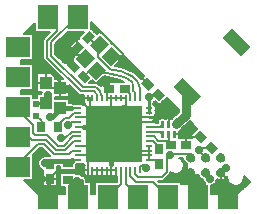
<source format=gtl>
G04 DipTrace 2.4.0.2*
%IN2dBBLE.gtl*%
%MOIN*%
%ADD13C,0.008*%
%ADD14C,0.029*%
%ADD15C,0.015*%
%ADD16C,0.006*%
%ADD17C,0.007*%
%ADD18C,0.01*%
%ADD19R,0.0354X0.0276*%
%ADD20R,0.0394X0.0433*%
%ADD21R,0.0276X0.0354*%
%ADD22R,0.0354X0.0295*%
%ADD23R,0.08X0.0669*%
%ADD24R,0.0669X0.08*%
%ADD25R,0.0295X0.0354*%
%ADD26R,0.0197X0.0236*%
%ADD29O,0.0256X0.0079*%
%ADD30O,0.0079X0.0256*%
%ADD31R,0.185X0.185*%
%ADD32C,0.028*%
%ADD34C,0.028*%
%FSLAX44Y44*%
G04*
G70*
G90*
G75*
G01*
%LNTop*%
%LPD*%
X9146Y6353D2*
D13*
X9208D1*
D14*
X9521Y6666D1*
Y7453D1*
X9564D1*
X4862Y7742D2*
D13*
X5040Y7564D1*
X5348D1*
X6258Y4842D2*
Y5172D1*
X7871Y6785D1*
X6258Y4842D2*
X6028D1*
X5971D1*
Y4772D1*
X5186D1*
X5007Y4592D1*
Y4529D1*
X5438Y9106D2*
X5472D1*
X5613Y9247D1*
Y8918D1*
X5848Y8682D1*
X6168D1*
Y8541D1*
X6028Y4846D2*
Y4842D1*
X4702Y8175D2*
Y8531D1*
X4593Y8640D1*
Y8669D1*
Y8506D1*
X5592Y7507D1*
Y7530D1*
X5348Y7564D2*
X5558D1*
X5592Y7530D1*
X5564Y7564D2*
X6074Y7054D1*
X6050D1*
X5908Y7195D1*
X5902D1*
X8315Y6585D2*
X7833D1*
X7597Y6821D1*
X7282D1*
X7578D1*
X7911D1*
Y6427D1*
X8315D1*
X7282Y6821D2*
X6965Y6822D1*
X6332D1*
X5959Y7195D1*
X5902D1*
X7578Y6821D2*
X7090Y6333D1*
Y5886D1*
X7105Y5872D1*
Y6019D1*
X7871Y6785D1*
X8950Y6353D2*
Y6571D1*
X8548D1*
Y6556D1*
X8343D1*
X8315Y6585D1*
Y6427D2*
X8404D1*
X8548Y6571D1*
X8257Y7702D2*
X7918Y8042D1*
X7335Y8624D1*
X7031D1*
X5911Y8896D2*
X5648D1*
X5438Y9106D1*
X10854Y4909D2*
Y4908D1*
X10684Y4738D1*
X9146Y6019D2*
X9449D1*
X9478Y5989D1*
X7045Y7224D2*
Y6902D1*
X6965Y6822D1*
X6888Y7224D2*
X7518D1*
X7045D2*
X7203D1*
X7360D1*
X7518D1*
Y6982D1*
X7443D1*
X7282Y6821D1*
X4937Y3937D2*
Y4460D1*
X5007Y4529D1*
X6415Y4842D2*
X6573D1*
X6730D1*
X6888D1*
X7045D1*
X7203D1*
X5933Y5325D2*
X6323D1*
X6358Y5360D1*
X6725D1*
X6731Y5367D1*
X7104D1*
X7457D1*
X7464Y5373D1*
X7830D1*
X7939Y5482D1*
X8315D1*
Y5640D2*
Y5482D1*
Y5325D1*
Y5167D1*
X5933Y6585D2*
X6839D1*
X7090Y6333D1*
X7045Y4842D2*
Y5308D1*
X7104Y5367D1*
X9537Y5680D2*
Y5931D1*
X9478Y5989D1*
X10018Y5941D2*
X9526D1*
X8645Y5023D2*
X8621D1*
X8489Y5154D1*
X8328D1*
X8315Y5167D1*
Y5325D2*
X7879D1*
X7830Y5373D1*
X10937Y3937D2*
X10837D1*
Y4585D1*
X10684Y4738D1*
X5933Y5640D2*
X6725D1*
X7871Y6785D1*
X8315Y6585D2*
X7985D1*
X7909Y6509D1*
X7992Y6427D1*
X8315D1*
X6888Y7224D2*
Y7466D1*
X6972Y7550D1*
X6332Y6822D2*
Y7151D1*
X6258Y7224D1*
X6415D2*
X5931D1*
X5902Y7195D1*
X5775Y8304D2*
Y8311D1*
X5659Y8427D1*
X5285Y8768D2*
Y8953D1*
X5438Y9106D1*
X7414Y8550D2*
Y8545D1*
X8257Y7702D1*
X4575Y9240D2*
Y8687D1*
X4593Y8669D1*
X4545Y4868D2*
Y5287D1*
X4711Y5454D1*
X7677Y8270D2*
X7905Y8042D1*
X7918D1*
X5933Y6270D2*
X6136D1*
D15*
X6888D1*
X7124Y6033D1*
X7045Y4842D2*
D13*
Y5045D1*
D15*
Y5955D1*
X7124Y6033D1*
X8993Y5339D2*
D13*
Y5285D1*
X9089Y5381D1*
X9684D1*
Y5238D1*
X10184Y4738D2*
Y4695D1*
X10332Y4547D1*
X7833Y4842D2*
Y4711D1*
X7942Y4603D1*
X8717D1*
X8883Y4768D1*
Y5229D1*
X8993Y5339D1*
X7990Y4842D2*
Y4943D1*
X8055Y5008D1*
X8102D1*
X8199Y4911D1*
X9963Y5506D2*
Y5460D1*
X10184Y5238D1*
X10380Y5579D2*
X10035D1*
X9963Y5506D1*
X8315Y6112D2*
D16*
X8670D1*
X8758Y6045D1*
X8753Y6019D1*
X5933Y5167D2*
D13*
X5745D1*
D15*
Y5127D1*
X5093D1*
X5007Y5041D1*
X5348Y6895D2*
Y6811D1*
X5269D1*
X5072Y6613D1*
X4986D1*
X4830Y5054D2*
X4994D1*
X5007Y5041D1*
X5612Y5058D2*
Y5132D1*
X5097D1*
X5612Y5135D2*
X4911D1*
X4830Y5054D1*
X5348Y6895D2*
Y6891D1*
X5698D1*
D13*
X5732Y6925D1*
Y6900D1*
X5933D1*
X8753Y6353D2*
D16*
X8669Y6270D1*
X8315D1*
X5937Y9937D2*
D13*
X5896D1*
X5044Y9085D1*
Y8647D1*
X6086Y7606D1*
X6506D1*
G02X6667Y7470I-325J-545D01*
G01*
G02X6730Y7239I-570J-280D01*
G01*
Y7224D1*
X7675D2*
Y7378D1*
X7551Y7502D1*
X7532D1*
X7484Y7550D1*
X6557Y8151D2*
X6345D1*
X6137Y7942D1*
X6557Y8151D2*
X6746D1*
X6814Y8083D1*
G03X7348Y7966I1386J5058D01*
G01*
G02X7722Y7779I-174J-814D01*
G01*
G02X7773Y7665I-64J-97D01*
G01*
Y7482D1*
X7833Y7422D1*
Y7224D1*
X7990D2*
Y7590D1*
G02X7914Y7785I177J182D01*
G01*
G03X7766Y7944I-909J-698D01*
G01*
G03X6989Y8194I-876J-1387D01*
G01*
D17*
X6589Y8594D1*
D13*
Y8832D1*
X6706Y8949D1*
X6641Y9014D1*
X6517D1*
X6273Y9258D1*
X5250Y6273D2*
Y6329D1*
X5488Y6567D1*
X5625D1*
X5800Y6742D1*
X5933D1*
X4699Y6273D2*
X4726D1*
Y6463D1*
X4546Y6642D1*
X4520D1*
Y7036D2*
D18*
Y7067D1*
X4862D1*
Y7073D1*
X8619Y7341D2*
X8313D1*
X8298Y7325D1*
Y6882D1*
X8315Y6900D1*
Y6742D1*
X4862Y7073D2*
Y7259D1*
X4929Y7326D1*
X8316Y7262D2*
Y7341D1*
X8317D1*
X8950Y6019D2*
D16*
Y5814D1*
X8908D1*
X8970D1*
X9025Y5759D1*
Y5680D1*
X8315Y5955D2*
X8469D1*
X8609Y5814D1*
X8908D1*
X8645Y5535D2*
Y5592D1*
X8440Y5797D1*
X8315D1*
X4937Y9937D2*
D13*
X5232D1*
Y9478D1*
X4904Y9150D1*
Y8583D1*
X6033Y7454D1*
X6472D1*
G02X6569Y7216I-109J-183D01*
G01*
X6573Y7224D1*
X5933Y6427D2*
X5703D1*
X5600Y6324D1*
X5933Y6112D2*
X5718D1*
X5497Y5891D1*
X5357D1*
X5933Y5955D2*
X5761D1*
X5452Y5646D1*
X5261D1*
X4916Y5991D1*
X4508D1*
X4448Y6052D1*
Y6338D1*
X3875Y6912D1*
X3962D1*
X3937Y6937D1*
X5933Y5797D2*
X5802D1*
X5507Y5502D1*
X5204D1*
X4855Y5850D1*
X4397D1*
X4310Y5937D1*
X3937D1*
X5933Y5482D2*
X5742D1*
X5621Y5361D1*
X5145D1*
X4798Y5708D1*
X4602D1*
X3831Y4937D1*
X3937D1*
X7360Y4842D2*
Y4360D1*
X6937Y3937D1*
X7518Y4842D2*
Y4356D1*
X7937Y3937D1*
X7675Y4842D2*
Y4631D1*
X7862Y4444D1*
X8430D1*
X8937Y3937D1*
X5937D2*
D15*
Y4182D1*
X5612Y4507D1*
X5910Y4480D2*
X6041D1*
Y3937D1*
X5937D1*
X9830Y4508D2*
Y4593D1*
X9684Y4738D1*
X9937Y3937D2*
Y4486D1*
X9684Y4738D1*
D34*
X4575Y9240D3*
X5600Y6324D3*
X9478Y5989D3*
X8951Y6660D3*
X5357Y5891D3*
X7414Y8550D3*
X4929Y7326D3*
X8316Y7262D3*
X4986Y6613D3*
X4830Y5054D3*
X5592Y7530D3*
X6828Y7739D3*
X4702Y8175D3*
X4593Y8669D3*
X5438Y9106D3*
X5285Y8768D3*
X5738Y9304D3*
X4545Y4868D3*
X10854Y4909D3*
X5910Y4480D3*
X9830Y4508D3*
X8199Y4911D3*
X9963Y5506D3*
X6028Y4846D3*
X4736Y4549D3*
X5659Y8427D3*
X5902Y7195D3*
X8993Y5339D3*
X10332Y4547D3*
X4711Y5454D3*
X7677Y8270D3*
X8747Y6937D3*
X4446Y9671D2*
D16*
X4504D1*
X6370D2*
X6446D1*
X4387Y9612D2*
X4504D1*
X6370D2*
X6505D1*
X4328Y9554D2*
X4504D1*
X6370D2*
X6563D1*
X4269Y9495D2*
X4504D1*
X6423D2*
X6622D1*
X4211Y9436D2*
X4996D1*
X5588D2*
X6120D1*
X6482D2*
X6680D1*
X4152Y9378D2*
X4938D1*
X5530D2*
X6062D1*
X4435Y9319D2*
X4879D1*
X5471D2*
X6003D1*
X4435Y9260D2*
X4821D1*
X5412D2*
X5957D1*
X4435Y9202D2*
X4776D1*
X5354D2*
X5893D1*
X4435Y9143D2*
X4766D1*
X5295D2*
X5827D1*
X4435Y9084D2*
X4766D1*
X5237D2*
X5769D1*
X4435Y9026D2*
X4766D1*
X5183D2*
X5710D1*
X4435Y8967D2*
X4766D1*
X5183D2*
X5651D1*
X4435Y8908D2*
X4766D1*
X5183D2*
X5600D1*
X4435Y8849D2*
X4766D1*
X5183D2*
X5592D1*
X4435Y8791D2*
X4766D1*
X5183D2*
X5629D1*
X4435Y8732D2*
X4766D1*
X5183D2*
X5688D1*
X4435Y8673D2*
X4766D1*
X5212D2*
X5747D1*
X4435Y8615D2*
X4766D1*
X5270D2*
X5712D1*
X7446D2*
X7498D1*
X4435Y8556D2*
X4768D1*
X5329D2*
X5640D1*
X7405D2*
X7557D1*
X4036Y8497D2*
X4796D1*
X5387D2*
X5581D1*
X7346D2*
X7616D1*
X4036Y8439D2*
X4855D1*
X5446D2*
X5522D1*
X7288D2*
X7674D1*
X4036Y8380D2*
X4914D1*
X7229D2*
X7733D1*
X4435Y8321D2*
X4973D1*
X7170D2*
X7791D1*
X4435Y8263D2*
X5031D1*
X7374D2*
X7850D1*
X4435Y8204D2*
X5090D1*
X7548D2*
X7908D1*
X4435Y8145D2*
X5148D1*
X7682D2*
X7966D1*
X4435Y8087D2*
X5207D1*
X7788D2*
X8025D1*
X4435Y8028D2*
X4567D1*
X5157D2*
X5266D1*
X7875D2*
X8083D1*
X4435Y7969D2*
X4567D1*
X5157D2*
X5324D1*
X7936D2*
X8137D1*
X4435Y7910D2*
X4567D1*
X5157D2*
X5383D1*
X6759D2*
X6967D1*
X7987D2*
X8078D1*
X4435Y7852D2*
X4567D1*
X6701D2*
X7231D1*
X4435Y7793D2*
X4567D1*
X6375D2*
X6445D1*
X6642D2*
X7446D1*
X4435Y7734D2*
X4567D1*
X6545D2*
X6697D1*
X4435Y7676D2*
X4567D1*
X6642D2*
X6697D1*
X4435Y7617D2*
X4567D1*
X5643D2*
X5677D1*
X4435Y7558D2*
X4567D1*
X5643D2*
X5735D1*
X4037Y7500D2*
X4567D1*
X5643D2*
X5794D1*
X4037Y7441D2*
X4567D1*
X5643D2*
X5853D1*
X4037Y7382D2*
X4698D1*
X5643D2*
X5911D1*
X4435Y7324D2*
X4567D1*
X5643D2*
X6002D1*
X4435Y7265D2*
X4567D1*
X5643D2*
X6120D1*
X5157Y7206D2*
X6120D1*
X8872D2*
X8903D1*
X5643Y7148D2*
X6120D1*
X8813D2*
X8961D1*
X5643Y7089D2*
X6129D1*
X8477D2*
X8539D1*
X8754D2*
X9019D1*
X6044Y7030D2*
X6101D1*
X8446D2*
X8612D1*
X8681D2*
X9078D1*
X8520Y6971D2*
X9136D1*
X8541Y6913D2*
X9194D1*
X8533Y6854D2*
X9253D1*
X8530Y6795D2*
X9278D1*
X8542Y6737D2*
X9250D1*
X8525Y6678D2*
X9191D1*
X8537Y6619D2*
X9132D1*
X8539Y6561D2*
X9073D1*
X8518Y6502D2*
X8615D1*
X8541Y6443D2*
X8606D1*
X9580Y6385D2*
X9718D1*
X9522Y6326D2*
X9777D1*
X9463Y6267D2*
X9836D1*
X9404Y6209D2*
X9895D1*
X9336Y6150D2*
X9840D1*
X9293Y6091D2*
X9781D1*
X9293Y6032D2*
X9722D1*
X9293Y5974D2*
X9697D1*
X9293Y5915D2*
X9714D1*
X4650Y5563D2*
X4751D1*
X4592Y5504D2*
X4809D1*
X4533Y5446D2*
X4868D1*
X4475Y5387D2*
X4927D1*
X4435Y5328D2*
X4985D1*
X4435Y5270D2*
X4738D1*
X4435Y5211D2*
X4653D1*
X4435Y5152D2*
X4614D1*
X4435Y5093D2*
X4595D1*
X4435Y5035D2*
X4592D1*
X5890D2*
X6101D1*
X4435Y4976D2*
X4605D1*
X5888D2*
X6129D1*
X4435Y4917D2*
X4636D1*
X5243D2*
X5336D1*
X5888D2*
X6120D1*
X4435Y4859D2*
X4697D1*
X5243D2*
X5336D1*
X5888D2*
X6120D1*
X4435Y4800D2*
X4770D1*
X5243D2*
X6120D1*
X4435Y4741D2*
X4770D1*
X5243D2*
X5336D1*
X5888D2*
X6121D1*
X4435Y4683D2*
X4770D1*
X5243D2*
X5336D1*
X6028D2*
X6141D1*
X4435Y4624D2*
X4770D1*
X5243D2*
X5336D1*
X6131D2*
X6231D1*
X6285D2*
X6388D1*
X6443D2*
X6546D1*
X6600D2*
X6703D1*
X6758D2*
X6861D1*
X6915D2*
X7017D1*
X7073D2*
X7175D1*
X4435Y4565D2*
X4770D1*
X5243D2*
X5336D1*
X6190D2*
X7222D1*
X10867D2*
X10901D1*
X11468D2*
X11534D1*
X4142Y4507D2*
X4770D1*
X5243D2*
X5336D1*
X6212D2*
X7222D1*
X10777D2*
X10912D1*
X11457D2*
X11592D1*
X4200Y4448D2*
X4770D1*
X5243D2*
X5336D1*
X6214D2*
X7222D1*
X10549D2*
X10937D1*
X11432D2*
X11651D1*
X4258Y4389D2*
X4770D1*
X5243D2*
X5336D1*
X6370D2*
X6504D1*
X10508D2*
X10982D1*
X11386D2*
X11592D1*
X4316Y4331D2*
X4770D1*
X5243D2*
X5336D1*
X6370D2*
X6504D1*
X10422D2*
X11071D1*
X11298D2*
X11534D1*
X4375Y4272D2*
X4770D1*
X5243D2*
X5336D1*
X6370D2*
X6504D1*
X10370D2*
X11477D1*
X4433Y4213D2*
X5504D1*
X6370D2*
X6504D1*
X10370D2*
X11419D1*
X4492Y4154D2*
X5504D1*
X6370D2*
X6504D1*
X10370D2*
X11361D1*
X4550Y4096D2*
X5504D1*
X6370D2*
X6504D1*
X10370D2*
X11303D1*
X4608Y4037D2*
X5504D1*
X6370D2*
X6504D1*
X10370D2*
X11245D1*
X8930Y6554D2*
X8999D1*
X9034Y6547D1*
X9050Y6541D1*
X9082Y6564D1*
X9283Y6764D1*
Y6830D1*
X8887Y7227D1*
X8712Y7052D1*
X8688Y7035D1*
X8659Y7026D1*
X8630Y7027D1*
X8601Y7037D1*
X8581Y7052D1*
X8507Y7127D1*
X8482Y7099D1*
X8460Y7079D1*
X8441Y7066D1*
X8440Y7026D1*
X8470Y7014D1*
X8494Y6996D1*
X8513Y6973D1*
X8527Y6946D1*
X8534Y6917D1*
X8535Y6900D1*
X8532Y6870D1*
X8522Y6842D1*
X8509Y6822D1*
X8527Y6789D1*
X8534Y6760D1*
X8535Y6742D1*
X8532Y6712D1*
X8522Y6684D1*
X8510Y6663D1*
X8525Y6637D1*
X8533Y6608D1*
X8535Y6579D1*
X8531Y6549D1*
X8519Y6521D1*
X8510Y6505D1*
X8525Y6480D1*
X8533Y6451D1*
X8535Y6421D1*
X8531Y6392D1*
X8610D1*
X8611Y6462D1*
X8616Y6491D1*
X8630Y6517D1*
X8652Y6538D1*
X8679Y6551D1*
X8703Y6554D1*
X8802D1*
X8837Y6547D1*
X8852Y6541D1*
X8880Y6552D1*
X8930Y6554D1*
X9288Y6121D2*
Y5910D1*
X9724D1*
X9713Y5927D1*
X9705Y5949D1*
X9703Y5973D1*
X9707Y5997D1*
X9717Y6018D1*
X9734Y6038D1*
X9902Y6207D1*
X9650Y6460D1*
X9375Y6185D1*
X9353Y6166D1*
X9328Y6149D1*
X9288Y6130D1*
Y6121D1*
X6006Y9316D2*
X6134Y9444D1*
X5591Y9445D1*
X5176Y9030D1*
X5177Y8702D1*
X5485Y8394D1*
X5534Y8444D1*
X5691Y8600D1*
X5712Y8612D1*
X5735Y8619D1*
X5759D1*
X5782Y8613D1*
X5796Y8606D1*
X5808Y8618D1*
X5619Y8807D1*
X5606Y8827D1*
X5598Y8849D1*
X5596Y8873D1*
X5601Y8897D1*
X5611Y8918D1*
X5628Y8937D1*
X5883Y9192D1*
X5904Y9204D1*
X5927Y9210D1*
X5951D1*
X5961Y9208D1*
X5960Y9247D1*
X5970Y9275D1*
X5985Y9295D1*
X6006Y9316D1*
X6388Y9524D2*
X6551Y9361D1*
X6589Y9399D1*
X6614Y9417D1*
X6642Y9426D1*
X6672Y9425D1*
X6700Y9415D1*
X6724Y9395D1*
Y9398D1*
X6363Y9760D1*
X6364Y9547D1*
X6388Y9524D1*
X6410Y7834D2*
X6314Y7739D1*
X6506Y7738D1*
X6536Y7735D1*
X6561Y7727D1*
X6608Y7696D1*
X6688Y7637D1*
X6703Y7621D1*
Y7780D1*
X7482D1*
X7405Y7813D1*
X7318Y7837D1*
X7186Y7861D1*
X6794Y7951D1*
X6609Y7765D1*
X6584Y7748D1*
X6556Y7739D1*
X6526Y7740D1*
X6498Y7750D1*
X6469Y7775D1*
X6410Y7834D1*
X5152Y7204D2*
X5637D1*
Y7058D1*
X5698Y7059D1*
X5746Y7057D1*
X5780Y7049D1*
X5810Y7032D1*
X5804Y7036D1*
X5822Y7032D1*
X6022Y7031D1*
X6031D1*
X6060Y7026D1*
X6088Y7014D1*
X6106Y7000D1*
X6107Y7051D1*
X6157D1*
X6142Y7072D1*
X6131Y7100D1*
X6126Y7130D1*
Y7321D1*
X6033D1*
X6003Y7325D1*
X5975Y7334D1*
X5949Y7351D1*
X5940Y7360D1*
X5637Y7663D1*
Y7591D1*
Y7255D1*
X5151D1*
X5152Y7203D1*
Y7873D2*
X5427D1*
X4810Y8489D1*
X4792Y8513D1*
X4779Y8540D1*
X4772Y8570D1*
X4771Y8583D1*
Y9150D1*
X4775Y9180D1*
X4785Y9208D1*
X4801Y9234D1*
X4810Y9244D1*
X5011Y9445D1*
X4510D1*
Y9742D1*
X4132Y9364D1*
X4429D1*
Y8510D1*
X4031D1*
X4030Y8365D1*
X4225Y8364D1*
X4429D1*
Y7510D1*
X4031D1*
Y7364D1*
X4429D1*
Y7247D1*
X4574D1*
X4573Y7382D1*
X4703D1*
X4710Y7404D1*
X4723Y7434D1*
X4648Y7433D1*
X4573D1*
Y8051D1*
X5152D1*
Y7873D1*
X8027Y7854D2*
X8145Y7972D1*
X6724Y9398D1*
X6763Y9357D1*
X7026Y9093D1*
X7044Y9069D1*
X7055Y9036D1*
X7078Y9030D1*
X7099Y9019D1*
X7131Y8988D1*
X7424Y8694D1*
X7436Y8674D1*
X7442Y8651D1*
Y8627D1*
X7436Y8604D1*
X7425Y8583D1*
X7395Y8552D1*
X7153Y8309D1*
X7210Y8299D1*
X7355Y8267D1*
X7524Y8212D1*
X7687Y8140D1*
X7831Y8059D1*
X7858Y8039D1*
X7935Y7964D1*
X8022Y7861D1*
X4806Y5311D2*
X5008D1*
X4744Y5576D1*
X4657Y5575D1*
X4429Y5347D1*
Y5124D1*
Y4510D1*
X4132D1*
X4614Y4026D1*
X5509D1*
X5510Y4267D1*
X5342D1*
Y4747D1*
X5881D1*
Y4710D1*
X5925Y4711D1*
X5954Y4708D1*
X5983Y4700D1*
X6011Y4689D1*
X6037Y4674D1*
X6074Y4643D1*
X6106Y4634D1*
X6133Y4620D1*
X6156Y4601D1*
X6176Y4578D1*
X6191Y4553D1*
X6202Y4525D1*
X6208Y4480D1*
Y4430D1*
X6364Y4429D1*
Y4025D1*
X6511Y4026D1*
X6510Y4285D1*
Y4429D1*
X7227D1*
X7228Y4624D1*
X7194Y4622D1*
X7164Y4628D1*
X7137Y4640D1*
X7124Y4648D1*
X7101Y4634D1*
X7072Y4625D1*
X7042Y4622D1*
X7013Y4626D1*
X6985Y4637D1*
X6966Y4648D1*
X6943Y4634D1*
X6915Y4625D1*
X6885Y4622D1*
X6855Y4626D1*
X6827Y4637D1*
X6809Y4648D1*
X6786Y4634D1*
X6757Y4625D1*
X6727Y4622D1*
X6698Y4626D1*
X6670Y4637D1*
X6652Y4648D1*
X6628Y4634D1*
X6600Y4625D1*
X6570Y4622D1*
X6540Y4626D1*
X6512Y4637D1*
X6494Y4648D1*
X6471Y4634D1*
X6442Y4625D1*
X6412Y4622D1*
X6383Y4626D1*
X6355Y4637D1*
X6337Y4648D1*
X6313Y4634D1*
X6285Y4625D1*
X6255Y4622D1*
X6225Y4626D1*
X6197Y4637D1*
X6172Y4654D1*
X6152Y4675D1*
X6137Y4701D1*
X6128Y4730D1*
X6126Y4760D1*
X6127Y4943D1*
X6133Y4972D1*
X6145Y5000D1*
X6157Y5016D1*
X6107D1*
Y5067D1*
X6077Y5048D1*
X6049Y5038D1*
X6022Y5035D1*
X5883D1*
X5881Y5028D1*
Y4818D1*
X5342D1*
Y4960D1*
X5236D1*
X5237Y4861D1*
X5236Y4772D1*
X5237Y4751D1*
Y4260D1*
X4776D1*
X4775Y4828D1*
X4747Y4837D1*
X4720Y4849D1*
X4694Y4865D1*
X4671Y4884D1*
X4651Y4906D1*
X4633Y4930D1*
X4619Y4957D1*
X4608Y4985D1*
X4601Y5014D1*
X4598Y5043D1*
Y5073D1*
X4603Y5103D1*
X4611Y5132D1*
X4623Y5159D1*
X4638Y5185D1*
X4657Y5209D1*
X4678Y5230D1*
X4702Y5248D1*
X4728Y5263D1*
X4756Y5274D1*
X4777Y5279D1*
X4776Y5311D1*
X4806D1*
X10364Y4293D2*
Y4025D1*
X11239Y4026D1*
X11657Y4448D1*
X11457Y4648D1*
X11463Y4604D1*
X11462Y4558D1*
X11457Y4529D1*
X11449Y4500D1*
X11438Y4472D1*
X11424Y4445D1*
X11408Y4420D1*
X11389Y4398D1*
X11367Y4377D1*
X11343Y4358D1*
X11318Y4343D1*
X11291Y4330D1*
X11262Y4320D1*
X11233Y4313D1*
X11203Y4310D1*
X11173Y4309D1*
X11143Y4312D1*
X11114Y4318D1*
X11085Y4327D1*
X11058Y4339D1*
X11032Y4354D1*
X11008Y4372D1*
X10986Y4392D1*
X10966Y4414D1*
X10948Y4439D1*
X10934Y4465D1*
X10922Y4492D1*
X10913Y4521D1*
X10908Y4551D1*
X10905Y4581D1*
X10906Y4610D1*
X10909Y4635D1*
X10893Y4606D1*
X10867Y4572D1*
X10835Y4543D1*
X10799Y4520D1*
X10760Y4503D1*
X10717Y4493D1*
X10674Y4491D1*
X10638Y4495D1*
X10596Y4507D1*
X10563Y4523D1*
X10557Y4488D1*
X10548Y4459D1*
X10534Y4432D1*
X10518Y4407D1*
X10498Y4385D1*
X10476Y4364D1*
X10451Y4347D1*
X10425Y4334D1*
X10397Y4324D1*
X10374Y4319D1*
X10369Y4304D1*
X9146Y6019D2*
X9288D1*
X5911Y9206D2*
Y8896D1*
X5601D2*
X5911D1*
X5775Y8615D2*
Y8304D1*
X9537Y5910D2*
Y5680D1*
X5348Y7873D2*
Y7255D1*
Y7564D2*
X5637D1*
X6972Y7780D2*
Y7550D1*
X5007Y4529D2*
Y4260D1*
X4776Y4529D2*
X5237D1*
X4862Y8051D2*
Y7742D1*
X4573D2*
X4862D1*
X9707Y5941D2*
X10018D1*
X10684Y4738D2*
Y4491D1*
X6258Y4842D2*
Y4622D1*
X6126Y4842D2*
X6258D1*
X6415D2*
Y4622D1*
X6573Y4842D2*
Y4622D1*
X6730Y4842D2*
Y4622D1*
X6888Y4842D2*
Y4622D1*
X7045Y4842D2*
Y4622D1*
X7203Y4842D2*
Y4622D1*
X8315Y6427D2*
X8535D1*
X8315Y6585D2*
X8535D1*
X6126Y7224D2*
X6258D1*
X7031Y8624D2*
X7442D1*
X9382Y5191D2*
X9436D1*
X9456Y5074D2*
X9494D1*
X9468Y5015D2*
X9573D1*
X9467Y4956D2*
X9573D1*
X9454Y4898D2*
X9573D1*
X9426Y4839D2*
X9573D1*
X9377Y4781D2*
X9573D1*
X9013Y4722D2*
X9094D1*
X9275D2*
X9573D1*
X8972Y4664D2*
X9943D1*
X8913Y4605D2*
X9970D1*
X8855Y4547D2*
X10022D1*
X8789Y4488D2*
X10101D1*
X8637Y4430D2*
X10126D1*
X9938Y4371D2*
X10175D1*
X9438Y5221D2*
Y5248D1*
X9415Y5249D1*
X9283D1*
X9328Y5228D1*
X9353Y5211D1*
X9375Y5192D1*
X9396Y5170D1*
X9414Y5146D1*
X9430Y5121D1*
X9443Y5094D1*
X9453Y5066D1*
X9459Y5037D1*
X9464Y4988D1*
X9462Y4958D1*
X9457Y4929D1*
X9449Y4900D1*
X9438Y4872D1*
X9424Y4846D1*
X9408Y4821D1*
X9389Y4798D1*
X9367Y4777D1*
X9343Y4759D1*
X9318Y4743D1*
X9291Y4730D1*
X9263Y4720D1*
X9234Y4714D1*
X9204Y4710D1*
X9174Y4709D1*
X9144Y4712D1*
X9115Y4718D1*
X9086Y4727D1*
X9059Y4739D1*
X9016Y4766D1*
X9014Y4751D1*
X9007Y4722D1*
X8994Y4695D1*
X8956Y4654D1*
X8811Y4509D1*
X8788Y4490D1*
X8761Y4478D1*
X8731Y4471D1*
X8591Y4470D1*
X8633Y4429D1*
X8929D1*
X9364D1*
Y4374D1*
X10182Y4370D1*
X10154Y4398D1*
X10136Y4423D1*
X10122Y4449D1*
X10111Y4477D1*
X10104Y4505D1*
X10068Y4520D1*
X10032Y4544D1*
X10000Y4573D1*
X9975Y4608D1*
X9955Y4646D1*
X9948Y4668D1*
X9579Y4669D1*
Y5015D1*
X9554Y5028D1*
X9518Y5056D1*
X9489Y5088D1*
X9466Y5124D1*
X9449Y5164D1*
X9440Y5206D1*
X9438Y5221D1*
G36*
X9104Y7606D2*
X9411Y7912D1*
X10023Y7300D1*
X9717Y6994D1*
X9104Y7606D1*
G37*
G36*
X10747Y9249D2*
X11053Y9555D1*
X11666Y8942D1*
X11359Y8636D1*
X10747Y9249D1*
G37*
G36*
X9196Y6245D2*
X9097D1*
Y6462D1*
X9196D1*
Y6245D1*
G37*
G36*
X8999D2*
X8900D1*
Y6462D1*
X8999D1*
Y6245D1*
G37*
G36*
X8802D2*
X8703D1*
Y6462D1*
X8802D1*
Y6245D1*
G37*
G36*
Y5910D2*
X8703D1*
Y6127D1*
X8802D1*
Y5910D1*
G37*
G36*
X8999D2*
X8900D1*
Y6127D1*
X8999D1*
Y5910D1*
G37*
G36*
X9196D2*
X9097D1*
Y6127D1*
X9196D1*
Y5910D1*
G37*
G36*
X6245Y9035D2*
X6051Y9230D1*
X6301Y9480D1*
X6496Y9285D1*
X6245Y9035D1*
G37*
G36*
X5884Y8673D2*
X5689Y8868D1*
X5939Y9118D1*
X6134Y8924D1*
X5884Y8673D1*
G37*
G36*
X6360Y7915D2*
X6165Y7720D1*
X5914Y7970D1*
X6109Y8165D1*
X6360Y7915D1*
G37*
G36*
X5998Y8276D2*
X5803Y8082D1*
X5552Y8332D1*
X5747Y8527D1*
X5998Y8276D1*
G37*
D19*
X9025Y5680D3*
X9537D3*
D20*
X5348Y6895D3*
Y7564D3*
D19*
X7484Y7550D3*
X6972D3*
G36*
X8396Y7368D2*
X8591Y7563D1*
X8842Y7313D1*
X8647Y7118D1*
X8396Y7368D1*
G37*
G36*
X8034Y7730D2*
X8229Y7925D1*
X8480Y7675D1*
X8285Y7480D1*
X8034Y7730D1*
G37*
D21*
X8645Y5535D3*
Y5023D3*
X5007Y5041D3*
Y4529D3*
D20*
X4862Y7073D3*
Y7742D3*
D22*
X5612Y5058D3*
Y4507D3*
D23*
X3937Y8937D3*
Y7937D3*
Y6937D3*
Y5937D3*
Y4937D3*
D24*
X4937Y9937D3*
X5937D3*
X6937Y3937D3*
X7937D3*
X8937D3*
D25*
X5250Y6273D3*
X4699D3*
D26*
X4520Y6642D3*
Y7036D3*
D24*
X4937Y3937D3*
X5937D3*
X9937D3*
X10937D3*
G36*
X10241Y5913D2*
X10046Y5718D1*
X9795Y5969D1*
X9990Y6164D1*
X10241Y5913D1*
G37*
G36*
X10602Y5551D2*
X10408Y5356D1*
X10157Y5607D1*
X10352Y5802D1*
X10602Y5551D1*
G37*
G36*
X9839Y5238D2*
X9837Y5265D1*
X9830Y5291D1*
X9819Y5316D1*
X9803Y5338D1*
X9784Y5357D1*
X9762Y5373D1*
X9737Y5384D1*
X9711Y5391D1*
X9684Y5393D1*
D1*
X9657Y5391D1*
X9631Y5384D1*
X9607Y5373D1*
X9585Y5357D1*
X9566Y5338D1*
X9550Y5316D1*
X9539Y5291D1*
X9532Y5265D1*
X9529Y5238D1*
D1*
X9532Y5211D1*
X9539Y5185D1*
X9550Y5161D1*
X9566Y5139D1*
X9585Y5120D1*
X9607Y5104D1*
X9631Y5093D1*
X9657Y5086D1*
X9684Y5083D1*
D1*
X9711Y5086D1*
X9737Y5093D1*
X9762Y5104D1*
X9784Y5120D1*
X9803Y5139D1*
X9819Y5161D1*
X9830Y5185D1*
X9837Y5211D1*
X9839Y5238D1*
G37*
G36*
X10339D2*
X10337Y5265D1*
X10330Y5291D1*
X10319Y5316D1*
X10303Y5338D1*
X10284Y5357D1*
X10262Y5373D1*
X10237Y5384D1*
X10211Y5391D1*
X10184Y5393D1*
D1*
X10157Y5391D1*
X10131Y5384D1*
X10107Y5373D1*
X10085Y5357D1*
X10066Y5338D1*
X10050Y5316D1*
X10039Y5291D1*
X10032Y5265D1*
X10029Y5238D1*
D1*
X10032Y5211D1*
X10039Y5185D1*
X10050Y5161D1*
X10066Y5139D1*
X10085Y5120D1*
X10107Y5104D1*
X10131Y5093D1*
X10157Y5086D1*
X10184Y5083D1*
D1*
X10211Y5086D1*
X10237Y5093D1*
X10262Y5104D1*
X10284Y5120D1*
X10303Y5139D1*
X10319Y5161D1*
X10330Y5185D1*
X10337Y5211D1*
X10339Y5238D1*
G37*
G36*
X10839D2*
X10837Y5265D1*
X10830Y5291D1*
X10819Y5316D1*
X10803Y5338D1*
X10784Y5357D1*
X10762Y5373D1*
X10737Y5384D1*
X10711Y5391D1*
X10684Y5393D1*
D1*
X10657Y5391D1*
X10631Y5384D1*
X10607Y5373D1*
X10585Y5357D1*
X10566Y5338D1*
X10550Y5316D1*
X10539Y5291D1*
X10532Y5265D1*
X10529Y5238D1*
D1*
X10532Y5211D1*
X10539Y5185D1*
X10550Y5161D1*
X10566Y5139D1*
X10585Y5120D1*
X10607Y5104D1*
X10631Y5093D1*
X10657Y5086D1*
X10684Y5083D1*
D1*
X10711Y5086D1*
X10737Y5093D1*
X10762Y5104D1*
X10784Y5120D1*
X10803Y5139D1*
X10819Y5161D1*
X10830Y5185D1*
X10837Y5211D1*
X10839Y5238D1*
G37*
G36*
Y4738D2*
X10837Y4765D1*
X10830Y4791D1*
X10819Y4816D1*
X10803Y4838D1*
X10784Y4857D1*
X10762Y4873D1*
X10737Y4884D1*
X10711Y4891D1*
X10684Y4893D1*
D1*
X10657Y4891D1*
X10631Y4884D1*
X10607Y4873D1*
X10585Y4857D1*
X10566Y4838D1*
X10550Y4816D1*
X10539Y4791D1*
X10532Y4765D1*
X10529Y4738D1*
D1*
X10532Y4711D1*
X10539Y4685D1*
X10550Y4661D1*
X10566Y4639D1*
X10585Y4620D1*
X10607Y4604D1*
X10631Y4593D1*
X10657Y4586D1*
X10684Y4583D1*
D1*
X10711Y4586D1*
X10737Y4593D1*
X10762Y4604D1*
X10784Y4620D1*
X10803Y4639D1*
X10819Y4661D1*
X10830Y4685D1*
X10837Y4711D1*
X10839Y4738D1*
G37*
G36*
X10339D2*
X10337Y4765D1*
X10330Y4791D1*
X10319Y4816D1*
X10303Y4838D1*
X10284Y4857D1*
X10262Y4873D1*
X10237Y4884D1*
X10211Y4891D1*
X10184Y4893D1*
D1*
X10157Y4891D1*
X10131Y4884D1*
X10107Y4873D1*
X10085Y4857D1*
X10066Y4838D1*
X10050Y4816D1*
X10039Y4791D1*
X10032Y4765D1*
X10029Y4738D1*
D1*
X10032Y4711D1*
X10039Y4685D1*
X10050Y4661D1*
X10066Y4639D1*
X10085Y4620D1*
X10107Y4604D1*
X10131Y4593D1*
X10157Y4586D1*
X10184Y4583D1*
D1*
X10211Y4586D1*
X10237Y4593D1*
X10262Y4604D1*
X10284Y4620D1*
X10303Y4639D1*
X10319Y4661D1*
X10330Y4685D1*
X10337Y4711D1*
X10339Y4738D1*
G37*
G36*
X9839D2*
X9837Y4765D1*
X9830Y4791D1*
X9819Y4816D1*
X9803Y4838D1*
X9784Y4857D1*
X9762Y4873D1*
X9737Y4884D1*
X9711Y4891D1*
X9684Y4893D1*
D1*
X9657Y4891D1*
X9631Y4884D1*
X9607Y4873D1*
X9585Y4857D1*
X9566Y4838D1*
X9550Y4816D1*
X9539Y4791D1*
X9532Y4765D1*
X9529Y4738D1*
D1*
X9532Y4711D1*
X9539Y4685D1*
X9550Y4661D1*
X9566Y4639D1*
X9585Y4620D1*
X9607Y4604D1*
X9631Y4593D1*
X9657Y4586D1*
X9684Y4583D1*
D1*
X9711Y4586D1*
X9737Y4593D1*
X9762Y4604D1*
X9784Y4620D1*
X9803Y4639D1*
X9819Y4661D1*
X9830Y4685D1*
X9837Y4711D1*
X9839Y4738D1*
G37*
D29*
X5933Y6900D3*
Y6742D3*
Y6585D3*
Y6427D3*
Y6270D3*
Y6112D3*
Y5955D3*
Y5797D3*
Y5640D3*
Y5482D3*
Y5325D3*
Y5167D3*
D30*
X6258Y4842D3*
X6415D3*
X6573D3*
X6730D3*
X6888D3*
X7045D3*
X7203D3*
X7360D3*
X7518D3*
X7675D3*
X7833D3*
X7990D3*
D29*
X8315Y5167D3*
Y5325D3*
Y5482D3*
Y5640D3*
Y5797D3*
Y5955D3*
Y6112D3*
Y6270D3*
Y6427D3*
Y6585D3*
Y6742D3*
Y6900D3*
D30*
X7990Y7224D3*
X7833D3*
X7675D3*
X7518D3*
X7360D3*
X7203D3*
X7045D3*
X6888D3*
X6730D3*
X6573D3*
X6415D3*
X6258D3*
D31*
X7124Y6033D3*
D32*
X6372Y6183D3*
X6672D3*
X6972D3*
X7272D3*
X7572D3*
X7872D3*
X6372Y5881D3*
X6672D3*
X6972D3*
X7272D3*
X7572D3*
X7872D3*
X6374Y6483D3*
X6674D3*
X6974D3*
X7274D3*
X7574D3*
X7874D3*
X6372Y5579D3*
X6672D3*
X6972D3*
X7272D3*
X7572D3*
X7872D3*
X6372Y5277D3*
X6672D3*
X6972D3*
X7272D3*
X7572D3*
X7872D3*
X6371Y6785D3*
X6671D3*
X6971D3*
X7271D3*
X7571D3*
X7871D3*
G36*
X6961Y9028D2*
X6627Y8694D1*
X6321Y9000D1*
X6655Y9334D1*
X6961Y9028D1*
G37*
G36*
X6488Y8555D2*
X6154Y8220D1*
X5847Y8527D1*
X6181Y8861D1*
X6488Y8555D1*
G37*
G36*
X6877Y8165D2*
X6543Y7831D1*
X6237Y8137D1*
X6571Y8471D1*
X6877Y8165D1*
G37*
G36*
X7351Y8638D2*
X7017Y8304D1*
X6710Y8610D1*
X7044Y8944D1*
X7351Y8638D1*
G37*
M02*

</source>
